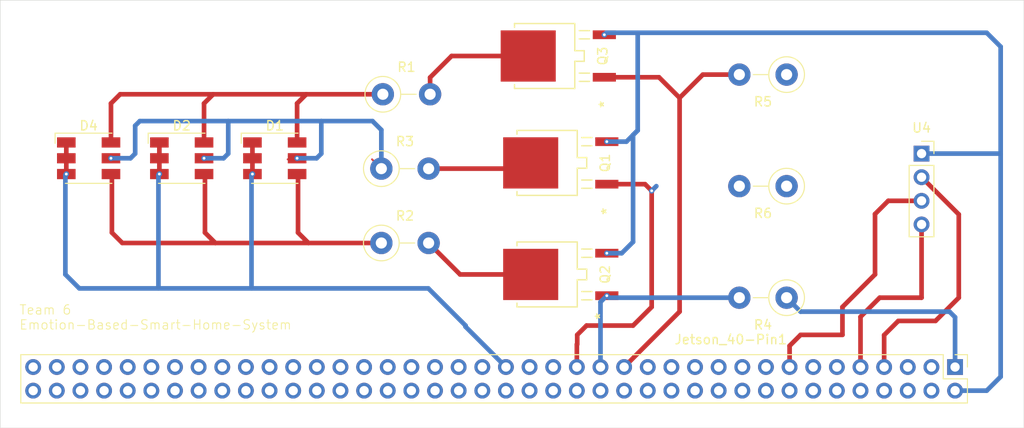
<source format=kicad_pcb>
(kicad_pcb (version 20240108) (generator "pcbnew") (generator_version "8.0")
  (title_block (title "Preliminary PCB layout") (date "2024-11-06") (rev "0") (company "Group 6"))
  (layers (0 "F.Cu" signal) (31 "B.Cu" signal) (34 "B.Paste" user) (35 "F.Paste" user) (36 "B.SilkS" user "B.Silkscreen") (37 "F.SilkS" user "F.Silkscreen") (38 "B.Mask" user) (39 "F.Mask" user) (44 "Edge.Cuts" user))
  (net 0 "")
  (net 1 "GND")
  (net 2 "Q3")
  (net 3 "Q2")
  (net 4 "Q1")
  (net 7 "Net-(Jetson_40-Pin1-GPIO11)")
  (net 10 "Net-(Jetson_40-Pin1-GPIO01)")
  (net 17 "/Ultrasonic Trigger")
  (net 25 "/5V")
  (net 35 "Net-(Jetson_40-Pin1-GPIO13)")
  (net 39 "Net-(Jetson_40-Pin1-GPIO12)")
  (net 42 "Net-(Jetson_40-Pin1-3.3V)")
  (net 43 "Net-(Q1-E)")
  (net 44 "Net-(Q2-E)")
  (net 45 "Net-(Q3-E)")
  (net 46 "Net-(U4-GND)")
  (footprint "NSS1C301ET4G:DPAK-4_6P22X6P73_ONS" (layer "F.Cu") (at 104.2653 71.5 90)
    (property "Reference" "Q1" (at 0 6.2347 90) (layer "F.SilkS"))
    (property "Value" "NSS1C301ET4G")
    (fp_line (start 3.4925 -3.2385) (end 3.08864 -3.2385) (stroke (width 0.1524)) (layer "F.SilkS"))
    (fp_line (start -3.08864 -3.2385) (end -3.4925 -3.2385) (stroke (width 0.1524)) (layer "F.SilkS"))
    (fp_line (start -3.4925 -3.2385) (end -3.4925 3.2385) (stroke (width 0.1524)) (layer "F.SilkS"))
    (fp_line (start 3.4925 3.2385) (end 3.4925 -3.2385) (stroke (width 0.1524)) (layer "F.SilkS"))
    (fp_line (start 0.5715 3.2385) (end 3.4925 3.2385) (stroke (width 0.1524)) (layer "F.SilkS"))
    (fp_line (start -0.5715 3.2385) (end -0.5715 4.2545) (stroke (width 0.1524)) (layer "F.SilkS"))
    (fp_line (start -3.4925 3.2385) (end -0.5715 3.2385) (stroke (width 0.1524)) (layer "F.SilkS"))
    (fp_line (start 2.7305 3.7211) (end 2.7305 4.8133) (stroke (width 0.1524)) (layer "F.SilkS"))
    (fp_line (start 1.8415 3.7211) (end 1.8415 4.8133) (stroke (width 0.1524)) (layer "F.SilkS"))
    (fp_line (start -1.8415 3.7211) (end -1.8415 4.8133) (stroke (width 0.1524)) (layer "F.SilkS"))
    (fp_line (start -2.7305 3.7211) (end -2.7305 4.8133) (stroke (width 0.1524)) (layer "F.SilkS"))
    (fp_line (start 0.5715 4.2545) (end 0.5715 3.2385) (stroke (width 0.1524)) (layer "F.SilkS"))
    (fp_line (start -0.5715 4.2545) (end 0.5715 4.2545) (stroke (width 0.1524)) (layer "F.SilkS"))
    (fp_text user "*" (at -5.207 6.4135 90) (layer "F.SilkS"))
    (fp_text user "*" (at -5.207 6.4135 90) (layer "F.SilkS"))
    (pad "1" smd rect (at -2.286 6.4135 90) (size 0.9398 2.4892) (layers "F.Cu" "F.Paste" "F.Mask") (net 35 "Net-(Jetson_40-Pin1-GPIO13)"))
    (pad "2" smd rect (at 2.286 6.4135 90) (size 0.9398 2.4892) (layers "F.Cu" "F.Paste" "F.Mask") (net 25 "/5V"))
    (pad "3" smd rect (at 0 -1.7653 90) (size 5.5118 5.9182) (layers "F.Cu" "F.Paste" "F.Mask") (net 43 "Net-(Q1-E)"))
  )
  (footprint "LED_SMD:LED_RGB_5050-6" (layer "F.Cu") (at 65 71)
    (property "Reference" "D2" (at 0 -3.5 0) (layer "F.SilkS"))
    (property "Value" "LED_RGB")
    (fp_line (start -3.6 -2.7) (end 2.5 -2.7) (stroke (width 0.12)) (layer "F.SilkS"))
    (fp_line (start -3.6 -1.6) (end -3.6 -2.7) (stroke (width 0.12)) (layer "F.SilkS"))
    (fp_line (start 2.5 2.7) (end -2.5 2.7) (stroke (width 0.12)) (layer "F.SilkS"))
    (pad "1" smd rect (at -2.4 -1.7 90) (size 1.1 2) (layers "F.Cu" "F.Paste" "F.Mask") (net 1 "GND"))
    (pad "2" smd rect (at -2.4 0 90) (size 1.1 2) (layers "F.Cu" "F.Paste" "F.Mask") (net 1 "GND"))
    (pad "3" smd rect (at -2.4 1.7 90) (size 1.1 2) (layers "F.Cu" "F.Paste" "F.Mask") (net 1 "GND"))
    (pad "4" smd rect (at 2.4 1.7 90) (size 1.1 2) (layers "F.Cu" "F.Paste" "F.Mask") (net 3 "Q2"))
    (pad "5" smd rect (at 2.4 0 90) (size 1.1 2) (layers "F.Cu" "F.Paste" "F.Mask") (net 4 "Q1"))
    (pad "6" smd rect (at 2.4 -1.7 90) (size 1.1 2) (layers "F.Cu" "F.Paste" "F.Mask") (net 2 "Q3"))
  )
  (footprint "Resistor_THT:R_Axial_DIN0411_L9.9mm_D3.6mm_P5.08mm_Vertical" (layer "F.Cu") (at 86.6121 64.1165)
    (property "Reference" "R1" (at 2.54 -2.92 0) (layer "F.SilkS"))
    (property "Value" "10")
    (fp_line (start 1.92 0) (end 3.58 0) (stroke (width 0.12)) (layer "F.SilkS"))
    (fp_circle (center 0 0) (end 1.92 0) (stroke (width 0.12)) (fill none) (layer "F.SilkS"))
    (pad "1" thru_hole circle (at 0 0) (size 2.4 2.4) (drill 1.2) (layers "*.Cu" "*.Mask") (net 2 "Q3"))
    (pad "2" thru_hole oval (at 5.08 0) (size 2.4 2.4) (drill 1.2) (layers "*.Cu" "*.Mask") (net 45 "Net-(Q3-E)"))
  )
  (footprint "NSS1C301ET4G:DPAK-4_6P22X6P73_ONS" (layer "F.Cu") (at 104.2653 83.5 90)
    (property "Reference" "Q2" (at 0 6.2347 90) (layer "F.SilkS"))
    (property "Value" "NSS1C301ET4G")
    (fp_line (start 3.4925 -3.2385) (end 3.08864 -3.2385) (stroke (width 0.1524)) (layer "F.SilkS"))
    (fp_line (start -3.08864 -3.2385) (end -3.4925 -3.2385) (stroke (width 0.1524)) (layer "F.SilkS"))
    (fp_line (start -3.4925 -3.2385) (end -3.4925 3.2385) (stroke (width 0.1524)) (layer "F.SilkS"))
    (fp_line (start 3.4925 3.2385) (end 3.4925 -3.2385) (stroke (width 0.1524)) (layer "F.SilkS"))
    (fp_line (start 0.5715 3.2385) (end 3.4925 3.2385) (stroke (width 0.1524)) (layer "F.SilkS"))
    (fp_line (start -0.5715 3.2385) (end -0.5715 4.2545) (stroke (width 0.1524)) (layer "F.SilkS"))
    (fp_line (start -3.4925 3.2385) (end -0.5715 3.2385) (stroke (width 0.1524)) (layer "F.SilkS"))
    (fp_line (start 2.7305 3.7211) (end 2.7305 4.8133) (stroke (width 0.1524)) (layer "F.SilkS"))
    (fp_line (start 1.8415 3.7211) (end 1.8415 4.8133) (stroke (width 0.1524)) (layer "F.SilkS"))
    (fp_line (start -1.8415 3.7211) (end -1.8415 4.8133) (stroke (width 0.1524)) (layer "F.SilkS"))
    (fp_line (start -2.7305 3.7211) (end -2.7305 4.8133) (stroke (width 0.1524)) (layer "F.SilkS"))
    (fp_line (start 0.5715 4.2545) (end 0.5715 3.2385) (stroke (width 0.1524)) (layer "F.SilkS"))
    (fp_line (start -0.5715 4.2545) (end 0.5715 4.2545) (stroke (width 0.1524)) (layer "F.SilkS"))
    (fp_text user "*" (at -4.5 5.7347 90) (layer "F.SilkS"))
    (fp_text user "*" (at -4.5 5.7347 90) (layer "F.SilkS"))
    (pad "1" smd rect (at -2.286 6.4135 90) (size 0.9398 2.4892) (layers "F.Cu" "F.Paste" "F.Mask") (net 7 "Net-(Jetson_40-Pin1-GPIO11)"))
    (pad "2" smd rect (at 2.286 6.4135 90) (size 0.9398 2.4892) (layers "F.Cu" "F.Paste" "F.Mask") (net 25 "/5V"))
    (pad "3" smd rect (at 0 -1.7653 90) (size 5.5118 5.9182) (layers "F.Cu" "F.Paste" "F.Mask") (net 44 "Net-(Q2-E)"))
  )
  (footprint "Resistor_THT:R_Axial_DIN0411_L9.9mm_D3.6mm_P5.08mm_Vertical" (layer "F.Cu") (at 130 62 180)
    (property "Reference" "R5" (at 2.54 -2.92 360) (layer "F.SilkS"))
    (property "Value" "10k")
    (fp_line (start 1.92 0) (end 3.58 0) (stroke (width 0.12)) (layer "F.SilkS"))
    (fp_circle (center 0 0) (end 1.92 0) (stroke (width 0.12)) (fill none) (layer "F.SilkS"))
    (pad "1" thru_hole circle (at 0 0 180) (size 2.4 2.4) (drill 1.2) (layers "*.Cu" "*.Mask") (net 42 "Net-(Jetson_40-Pin1-3.3V)"))
    (pad "2" thru_hole oval (at 5.08 0 180) (size 2.4 2.4) (drill 1.2) (layers "*.Cu" "*.Mask") (net 10 "Net-(Jetson_40-Pin1-GPIO01)"))
  )
  (footprint "LED_SMD:LED_RGB_5050-6" (layer "F.Cu") (at 55 71)
    (property "Reference" "D4" (at 0 -3.5 0) (layer "F.SilkS"))
    (property "Value" "LED_RGB")
    (fp_line (start -3.6 -2.7) (end 2.5 -2.7) (stroke (width 0.12)) (layer "F.SilkS"))
    (fp_line (start -3.6 -1.6) (end -3.6 -2.7) (stroke (width 0.12)) (layer "F.SilkS"))
    (fp_line (start 2.5 2.7) (end -2.5 2.7) (stroke (width 0.12)) (layer "F.SilkS"))
    (pad "1" smd rect (at -2.4 -1.7 90) (size 1.1 2) (layers "F.Cu" "F.Paste" "F.Mask") (net 1 "GND"))
    (pad "2" smd rect (at -2.4 0 90) (size 1.1 2) (layers "F.Cu" "F.Paste" "F.Mask") (net 1 "GND"))
    (pad "3" smd rect (at -2.4 1.7 90) (size 1.1 2) (layers "F.Cu" "F.Paste" "F.Mask") (net 1 "GND"))
    (pad "4" smd rect (at 2.4 1.7 90) (size 1.1 2) (layers "F.Cu" "F.Paste" "F.Mask") (net 3 "Q2"))
    (pad "5" smd rect (at 2.4 0 90) (size 1.1 2) (layers "F.Cu" "F.Paste" "F.Mask") (net 4 "Q1"))
    (pad "6" smd rect (at 2.4 -1.7 90) (size 1.1 2) (layers "F.Cu" "F.Paste" "F.Mask") (net 2 "Q3"))
  )
  (footprint "Resistor_THT:R_Axial_DIN0411_L9.9mm_D3.6mm_P5.08mm_Vertical" (layer "F.Cu") (at 86.4521 80.1165)
    (property "Reference" "R2" (at 2.54 -2.92 0) (layer "F.SilkS"))
    (property "Value" "10")
    (fp_line (start 1.92 0) (end 3.58 0) (stroke (width 0.12)) (layer "F.SilkS"))
    (fp_circle (center 0 0) (end 1.92 0) (stroke (width 0.12)) (fill none) (layer "F.SilkS"))
    (pad "1" thru_hole circle (at 0 0) (size 2.4 2.4) (drill 1.2) (layers "*.Cu" "*.Mask") (net 3 "Q2"))
    (pad "2" thru_hole oval (at 5.08 0) (size 2.4 2.4) (drill 1.2) (layers "*.Cu" "*.Mask") (net 44 "Net-(Q2-E)"))
  )
  (footprint "Resistor_THT:R_Axial_DIN0411_L9.9mm_D3.6mm_P5.08mm_Vertical" (layer "F.Cu") (at 130 86 180)
    (property "Reference" "R4" (at 2.54 -2.92 360) (layer "F.SilkS"))
    (property "Value" "10k")
    (fp_line (start 1.92 0) (end 3.58 0) (stroke (width 0.12)) (layer "F.SilkS"))
    (fp_circle (center 0 0) (end 1.92 0) (stroke (width 0.12)) (fill none) (layer "F.SilkS"))
    (pad "1" thru_hole circle (at 0 0 180) (size 2.4 2.4) (drill 1.2) (layers "*.Cu" "*.Mask") (net 42 "Net-(Jetson_40-Pin1-3.3V)"))
    (pad "2" thru_hole oval (at 5.08 0 180) (size 2.4 2.4) (drill 1.2) (layers "*.Cu" "*.Mask") (net 7 "Net-(Jetson_40-Pin1-GPIO11)"))
  )
  (footprint "Resistor_THT:R_Axial_DIN0411_L9.9mm_D3.6mm_P5.08mm_Vertical" (layer "F.Cu") (at 86.4521 72.1165)
    (property "Reference" "R3" (at 2.54 -2.92 0) (layer "F.SilkS"))
    (property "Value" "10")
    (fp_line (start 1.92 0) (end 3.58 0) (stroke (width 0.12)) (layer "F.SilkS"))
    (fp_circle (center 0 0) (end 1.92 0) (stroke (width 0.12)) (fill none) (layer "F.SilkS"))
    (pad "1" thru_hole circle (at 0 0) (size 2.4 2.4) (drill 1.2) (layers "*.Cu" "*.Mask") (net 4 "Q1"))
    (pad "2" thru_hole oval (at 5.08 0) (size 2.4 2.4) (drill 1.2) (layers "*.Cu" "*.Mask") (net 43 "Net-(Q1-E)"))
  )
  (footprint "Connector_PinSocket_2.54mm:PinSocket_1x04_P2.54mm_Vertical" (layer "F.Cu") (at 144.5 70.5)
    (property "Reference" "U4" (at 0 -2.77 360) (layer "F.SilkS"))
    (property "Value" "HC-SR04")
    (fp_line (start -1.33 1.27) (end -1.33 8.95) (stroke (width 0.12)) (layer "F.SilkS"))
    (fp_line (start -1.33 1.27) (end 1.33 1.27) (stroke (width 0.12)) (layer "F.SilkS"))
    (fp_line (start -1.33 8.95) (end 1.33 8.95) (stroke (width 0.12)) (layer "F.SilkS"))
    (fp_line (start 0 -1.33) (end 1.33 -1.33) (stroke (width 0.12)) (layer "F.SilkS"))
    (fp_line (start 1.33 -1.33) (end 1.33 0) (stroke (width 0.12)) (layer "F.SilkS"))
    (fp_line (start 1.33 1.27) (end 1.33 8.95) (stroke (width 0.12)) (layer "F.SilkS"))
    (pad "1" thru_hole rect (at 0 0) (size 1.7 1.7) (drill 1) (layers "*.Cu" "*.Mask") (net 25 "/5V"))
    (pad "2" thru_hole oval (at 0 2.54) (size 1.7 1.7) (drill 1) (layers "*.Cu" "*.Mask") (net 17 "/Ultrasonic Trigger"))
    (pad "3" thru_hole oval (at 0 5.08) (size 1.7 1.7) (drill 1) (layers "*.Cu" "*.Mask") (net 39 "Net-(Jetson_40-Pin1-GPIO12)"))
    (pad "4" thru_hole oval (at 0 7.62) (size 1.7 1.7) (drill 1) (layers "*.Cu" "*.Mask") (net 46 "Net-(U4-GND)"))
  )
  (footprint "NSS1C301ET4G:DPAK-4_6P22X6P73_ONS" (layer "F.Cu") (at 104 60 90)
    (property "Reference" "Q3" (at 0 6.2347 90) (layer "F.SilkS"))
    (property "Value" "NSS1C301ET4G")
    (fp_line (start 3.4925 -3.2385) (end 3.08864 -3.2385) (stroke (width 0.1524)) (layer "F.SilkS"))
    (fp_line (start -3.08864 -3.2385) (end -3.4925 -3.2385) (stroke (width 0.1524)) (layer "F.SilkS"))
    (fp_line (start -3.4925 -3.2385) (end -3.4925 3.2385) (stroke (width 0.1524)) (layer "F.SilkS"))
    (fp_line (start 3.4925 3.2385) (end 3.4925 -3.2385) (stroke (width 0.1524)) (layer "F.SilkS"))
    (fp_line (start 0.5715 3.2385) (end 3.4925 3.2385) (stroke (width 0.1524)) (layer "F.SilkS"))
    (fp_line (start -0.5715 3.2385) (end -0.5715 4.2545) (stroke (width 0.1524)) (layer "F.SilkS"))
    (fp_line (start -3.4925 3.2385) (end -0.5715 3.2385) (stroke (width 0.1524)) (layer "F.SilkS"))
    (fp_line (start 2.7305 3.7211) (end 2.7305 4.8133) (stroke (width 0.1524)) (layer "F.SilkS"))
    (fp_line (start 1.8415 3.7211) (end 1.8415 4.8133) (stroke (width 0.1524)) (layer "F.SilkS"))
    (fp_line (start -1.8415 3.7211) (end -1.8415 4.8133) (stroke (width 0.1524)) (layer "F.SilkS"))
    (fp_line (start -2.7305 3.7211) (end -2.7305 4.8133) (stroke (width 0.1524)) (layer "F.SilkS"))
    (fp_line (start 0.5715 4.2545) (end 0.5715 3.2385) (stroke (width 0.1524)) (layer "F.SilkS"))
    (fp_line (start -0.5715 4.2545) (end 0.5715 4.2545) (stroke (width 0.1524)) (layer "F.SilkS"))
    (fp_text user "*" (at -5.207 6.4135 90) (layer "F.SilkS"))
    (fp_text user "*" (at -5.207 6.4135 90) (layer "F.SilkS"))
    (pad "1" smd rect (at -2.286 6.4135 90) (size 0.9398 2.4892) (layers "F.Cu" "F.Paste" "F.Mask") (net 10 "Net-(Jetson_40-Pin1-GPIO01)"))
    (pad "2" smd rect (at 2.286 6.4135 90) (size 0.9398 2.4892) (layers "F.Cu" "F.Paste" "F.Mask") (net 25 "/5V"))
    (pad "3" smd rect (at 0 -1.7653 90) (size 5.5118 5.9182) (layers "F.Cu" "F.Paste" "F.Mask") (net 45 "Net-(Q3-E)"))
  )
  (footprint "Connector_PinHeader_2.54mm:PinHeader_2x40_P2.54mm_Vertical" (layer "F.Cu") (at 148.1 93.46 -90)
    (property "Reference" "Jetson_40-Pin1" (at -2.96 24.1 180) (layer "F.SilkS"))
    (property "Value" "~")
    (fp_line (start -1.33 100.39) (end 3.87 100.39) (stroke (width 0.12)) (layer "F.SilkS"))
    (fp_line (start -1.33 1.27) (end -1.33 100.39) (stroke (width 0.12)) (layer "F.SilkS"))
    (fp_line (start -1.33 1.27) (end 1.27 1.27) (stroke (width 0.12)) (layer "F.SilkS"))
    (fp_line (start 1.27 1.27) (end 1.27 -1.33) (stroke (width 0.12)) (layer "F.SilkS"))
    (fp_line (start -1.33 0) (end -1.33 -1.33) (stroke (width 0.12)) (layer "F.SilkS"))
    (fp_line (start -1.33 -1.33) (end 0 -1.33) (stroke (width 0.12)) (layer "F.SilkS"))
    (fp_line (start 1.27 -1.33) (end 3.87 -1.33) (stroke (width 0.12)) (layer "F.SilkS"))
    (fp_line (start 3.87 -1.33) (end 3.87 100.39) (stroke (width 0.12)) (layer "F.SilkS"))
    (pad "1" thru_hole rect (at 0 0 270) (size 1.7 1.7) (drill 1) (layers "*.Cu" "*.Mask") (net 42 "Net-(Jetson_40-Pin1-3.3V)"))
    (pad "2" thru_hole oval (at 2.54 0 270) (size 1.7 1.7) (drill 1) (layers "*.Cu" "*.Mask") (net 25 "/5V"))
    (pad "3" thru_hole oval (at 0 2.54 270) (size 1.7 1.7) (drill 1) (layers "*.Cu" "*.Mask"))
    (pad "4" thru_hole oval (at 2.54 2.54 270) (size 1.7 1.7) (drill 1) (layers "*.Cu" "*.Mask"))
    (pad "5" thru_hole oval (at 0 5.08 270) (size 1.7 1.7) (drill 1) (layers "*.Cu" "*.Mask"))
    (pad "6" thru_hole oval (at 2.54 5.08 270) (size 1.7 1.7) (drill 1) (layers "*.Cu" "*.Mask"))
    (pad "7" thru_hole oval (at 0 7.62 270) (size 1.7 1.7) (drill 1) (layers "*.Cu" "*.Mask") (net 17 "/Ultrasonic Trigger"))
    (pad "8" thru_hole oval (at 2.54 7.62 270) (size 1.7 1.7) (drill 1) (layers "*.Cu" "*.Mask"))
    (pad "9" thru_hole oval (at 0 10.16 270) (size 1.7 1.7) (drill 1) (layers "*.Cu" "*.Mask") (net 46 "Net-(U4-GND)"))
    (pad "10" thru_hole oval (at 2.54 10.16 270) (size 1.7 1.7) (drill 1) (layers "*.Cu" "*.Mask"))
    (pad "11" thru_hole oval (at 0 12.7 270) (size 1.7 1.7) (drill 1) (layers "*.Cu" "*.Mask"))
    (pad "12" thru_hole oval (at 2.54 12.7 270) (size 1.7 1.7) (drill 1) (layers "*.Cu" "*.Mask"))
    (pad "13" thru_hole oval (at 0 15.24 270) (size 1.7 1.7) (drill 1) (layers "*.Cu" "*.Mask"))
    (pad "14" thru_hole oval (at 2.54 15.24 270) (size 1.7 1.7) (drill 1) (layers "*.Cu" "*.Mask"))
    (pad "15" thru_hole oval (at 0 17.78 270) (size 1.7 1.7) (drill 1) (layers "*.Cu" "*.Mask") (net 39 "Net-(Jetson_40-Pin1-GPIO12)"))
    (pad "16" thru_hole oval (at 2.54 17.78 270) (size 1.7 1.7) (drill 1) (layers "*.Cu" "*.Mask"))
    (pad "17" thru_hole oval (at 0 20.32 270) (size 1.7 1.7) (drill 1) (layers "*.Cu" "*.Mask"))
    (pad "18" thru_hole oval (at 2.54 20.32 270) (size 1.7 1.7) (drill 1) (layers "*.Cu" "*.Mask"))
    (pad "19" thru_hole oval (at 0 22.86 270) (size 1.7 1.7) (drill 1) (layers "*.Cu" "*.Mask"))
    (pad "20" thru_hole oval (at 2.54 22.86 270) (size 1.7 1.7) (drill 1) (layers "*.Cu" "*.Mask"))
    (pad "21" thru_hole oval (at 0 25.4 270) (size 1.7 1.7) (drill 1) (layers "*.Cu" "*.Mask"))
    (pad "22" thru_hole oval (at 2.54 25.4 270) (size 1.7 1.7) (drill 1) (layers "*.Cu" "*.Mask"))
    (pad "23" thru_hole oval (at 0 27.94 270) (size 1.7 1.7) (drill 1) (layers "*.Cu" "*.Mask"))
    (pad "24" thru_hole oval (at 2.54 27.94 270) (size 1.7 1.7) (drill 1) (layers "*.Cu" "*.Mask"))
    (pad "25" thru_hole oval (at 0 30.48 270) (size 1.7 1.7) (drill 1) (layers "*.Cu" "*.Mask"))
    (pad "26" thru_hole oval (at 2.54 30.48 270) (size 1.7 1.7) (drill 1) (layers "*.Cu" "*.Mask"))
    (pad "27" thru_hole oval (at 0 33.02 270) (size 1.7 1.7) (drill 1) (layers "*.Cu" "*.Mask"))
    (pad "28" thru_hole oval (at 2.54 33.02 270) (size 1.7 1.7) (drill 1) (layers "*.Cu" "*.Mask"))
    (pad "29" thru_hole oval (at 0 35.56 270) (size 1.7 1.7) (drill 1) (layers "*.Cu" "*.Mask") (net 10 "Net-(Jetson_40-Pin1-GPIO01)"))
    (pad "30" thru_hole oval (at 2.54 35.56 270) (size 1.7 1.7) (drill 1) (layers "*.Cu" "*.Mask"))
    (pad "31" thru_hole oval (at 0 38.1 270) (size 1.7 1.7) (drill 1) (layers "*.Cu" "*.Mask") (net 7 "Net-(Jetson_40-Pin1-GPIO11)"))
    (pad "32" thru_hole oval (at 2.54 38.1 270) (size 1.7 1.7) (drill 1) (layers "*.Cu" "*.Mask"))
    (pad "33" thru_hole oval (at 0 40.64 270) (size 1.7 1.7) (drill 1) (layers "*.Cu" "*.Mask") (net 35 "Net-(Jetson_40-Pin1-GPIO13)"))
    (pad "34" thru_hole oval (at 2.54 40.64 270) (size 1.7 1.7) (drill 1) (layers "*.Cu" "*.Mask"))
    (pad "35" thru_hole oval (at 0 43.18 270) (size 1.7 1.7) (drill 1) (layers "*.Cu" "*.Mask"))
    (pad "36" thru_hole oval (at 2.54 43.18 270) (size 1.7 1.7) (drill 1) (layers "*.Cu" "*.Mask"))
    (pad "37" thru_hole oval (at 0 45.72 270) (size 1.7 1.7) (drill 1) (layers "*.Cu" "*.Mask"))
    (pad "38" thru_hole oval (at 2.54 45.72 270) (size 1.7 1.7) (drill 1) (layers "*.Cu" "*.Mask"))
    (pad "39" thru_hole oval (at 0 48.26 270) (size 1.7 1.7) (drill 1) (layers "*.Cu" "*.Mask") (net 1 "GND"))
    (pad "40" thru_hole oval (at 2.54 48.26 270) (size 1.7 1.7) (drill 1) (layers "*.Cu" "*.Mask"))
    (pad "41" thru_hole oval (at 0 50.8 270) (size 1.7 1.7) (drill 1) (layers "*.Cu" "*.Mask"))
    (pad "42" thru_hole oval (at 2.54 50.8 270) (size 1.7 1.7) (drill 1) (layers "*.Cu" "*.Mask"))
    (pad "43" thru_hole oval (at 0 53.34 270) (size 1.7 1.7) (drill 1) (layers "*.Cu" "*.Mask"))
    (pad "44" thru_hole oval (at 2.54 53.34 270) (size 1.7 1.7) (drill 1) (layers "*.Cu" "*.Mask"))
    (pad "45" thru_hole oval (at 0 55.88 270) (size 1.7 1.7) (drill 1) (layers "*.Cu" "*.Mask"))
    (pad "46" thru_hole oval (at 2.54 55.88 270) (size 1.7 1.7) (drill 1) (layers "*.Cu" "*.Mask"))
    (pad "47" thru_hole oval (at 0 58.42 270) (size 1.7 1.7) (drill 1) (layers "*.Cu" "*.Mask"))
    (pad "48" thru_hole oval (at 2.54 58.42 270) (size 1.7 1.7) (drill 1) (layers "*.Cu" "*.Mask"))
    (pad "49" thru_hole oval (at 0 60.96 270) (size 1.7 1.7) (drill 1) (layers "*.Cu" "*.Mask"))
    (pad "50" thru_hole oval (at 2.54 60.96 270) (size 1.7 1.7) (drill 1) (layers "*.Cu" "*.Mask"))
    (pad "51" thru_hole oval (at 0 63.5 270) (size 1.7 1.7) (drill 1) (layers "*.Cu" "*.Mask"))
    (pad "52" thru_hole oval (at 2.54 63.5 270) (size 1.7 1.7) (drill 1) (layers "*.Cu" "*.Mask"))
    (pad "53" thru_hole oval (at 0 66.04 270) (size 1.7 1.7) (drill 1) (layers "*.Cu" "*.Mask"))
    (pad "54" thru_hole oval (at 2.54 66.04 270) (size 1.7 1.7) (drill 1) (layers "*.Cu" "*.Mask"))
    (pad "55" thru_hole oval (at 0 68.58 270) (size 1.7 1.7) (drill 1) (layers "*.Cu" "*.Mask"))
    (pad "56" thru_hole oval (at 2.54 68.58 270) (size 1.7 1.7) (drill 1) (layers "*.Cu" "*.Mask"))
    (pad "57" thru_hole oval (at 0 71.12 270) (size 1.7 1.7) (drill 1) (layers "*.Cu" "*.Mask"))
    (pad "58" thru_hole oval (at 2.54 71.12 270) (size 1.7 1.7) (drill 1) (layers "*.Cu" "*.Mask"))
    (pad "59" thru_hole oval (at 0 73.66 270) (size 1.7 1.7) (drill 1) (layers "*.Cu" "*.Mask"))
    (pad "60" thru_hole oval (at 2.54 73.66 270) (size 1.7 1.7) (drill 1) (layers "*.Cu" "*.Mask"))
    (pad "61" thru_hole oval (at 0 76.2 270) (size 1.7 1.7) (drill 1) (layers "*.Cu" "*.Mask"))
    (pad "62" thru_hole oval (at 2.54 76.2 270) (size 1.7 1.7) (drill 1) (layers "*.Cu" "*.Mask"))
    (pad "63" thru_hole oval (at 0 78.74 270) (size 1.7 1.7) (drill 1) (layers "*.Cu" "*.Mask"))
    (pad "64" thru_hole oval (at 2.54 78.74 270) (size 1.7 1.7) (drill 1) (layers "*.Cu" "*.Mask"))
    (pad "65" thru_hole oval (at 0 81.28 270) (size 1.7 1.7) (drill 1) (layers "*.Cu" "*.Mask"))
    (pad "66" thru_hole oval (at 2.54 81.28 270) (size 1.7 1.7) (drill 1) (layers "*.Cu" "*.Mask"))
    (pad "67" thru_hole oval (at 0 83.82 270) (size 1.7 1.7) (drill 1) (layers "*.Cu" "*.Mask"))
    (pad "68" thru_hole oval (at 2.54 83.82 270) (size 1.7 1.7) (drill 1) (layers "*.Cu" "*.Mask"))
    (pad "69" thru_hole oval (at 0 86.36 270) (size 1.7 1.7) (drill 1) (layers "*.Cu" "*.Mask"))
    (pad "70" thru_hole oval (at 2.54 86.36 270) (size 1.7 1.7) (drill 1) (layers "*.Cu" "*.Mask"))
    (pad "71" thru_hole oval (at 0 88.9 270) (size 1.7 1.7) (drill 1) (layers "*.Cu" "*.Mask"))
    (pad "72" thru_hole oval (at 2.54 88.9 270) (size 1.7 1.7) (drill 1) (layers "*.Cu" "*.Mask"))
    (pad "73" thru_hole oval (at 0 91.44 270) (size 1.7 1.7) (drill 1) (layers "*.Cu" "*.Mask"))
    (pad "74" thru_hole oval (at 2.54 91.44 270) (size 1.7 1.7) (drill 1) (layers "*.Cu" "*.Mask"))
    (pad "75" thru_hole oval (at 0 93.98 270) (size 1.7 1.7) (drill 1) (layers "*.Cu" "*.Mask"))
    (pad "76" thru_hole oval (at 2.54 93.98 270) (size 1.7 1.7) (drill 1) (layers "*.Cu" "*.Mask"))
    (pad "77" thru_hole oval (at 0 96.52 270) (size 1.7 1.7) (drill 1) (layers "*.Cu" "*.Mask"))
    (pad "78" thru_hole oval (at 2.54 96.52 270) (size 1.7 1.7) (drill 1) (layers "*.Cu" "*.Mask"))
    (pad "79" thru_hole oval (at 0 99.06 270) (size 1.7 1.7) (drill 1) (layers "*.Cu" "*.Mask"))
    (pad "80" thru_hole oval (at 2.54 99.06 270) (size 1.7 1.7) (drill 1) (layers "*.Cu" "*.Mask"))
  )
  (footprint "Resistor_THT:R_Axial_DIN0411_L9.9mm_D3.6mm_P5.08mm_Vertical" (layer "F.Cu") (at 130 74 180)
    (property "Reference" "R6" (at 2.54 -2.92 360) (layer "F.SilkS"))
    (property "Value" "10k")
    (fp_line (start 1.92 0) (end 3.58 0) (stroke (width 0.12)) (layer "F.SilkS"))
    (fp_circle (center 0 0) (end 1.92 0) (stroke (width 0.12)) (fill none) (layer "F.SilkS"))
    (pad "1" thru_hole circle (at 0 0 180) (size 2.4 2.4) (drill 1.2) (layers "*.Cu" "*.Mask") (net 42 "Net-(Jetson_40-Pin1-3.3V)"))
    (pad "2" thru_hole oval (at 5.08 0 180) (size 2.4 2.4) (drill 1.2) (layers "*.Cu" "*.Mask") (net 35 "Net-(Jetson_40-Pin1-GPIO13)"))
  )
  (footprint "LED_SMD:LED_RGB_5050-6" (layer "F.Cu") (at 75 71)
    (property "Reference" "D1" (at 0 -3.5 0) (layer "F.SilkS"))
    (property "Value" "LED_RGB")
    (fp_line (start -3.6 -2.7) (end 2.5 -2.7) (stroke (width 0.12)) (layer "F.SilkS"))
    (fp_line (start -3.6 -1.6) (end -3.6 -2.7) (stroke (width 0.12)) (layer "F.SilkS"))
    (fp_line (start 2.5 2.7) (end -2.5 2.7) (stroke (width 0.12)) (layer "F.SilkS"))
    (pad "1" smd rect (at -2.4 -1.7 90) (size 1.1 2) (layers "F.Cu" "F.Paste" "F.Mask") (net 1 "GND"))
    (pad "2" smd rect (at -2.4 0 90) (size 1.1 2) (layers "F.Cu" "F.Paste" "F.Mask") (net 1 "GND"))
    (pad "3" smd rect (at -2.4 1.7 90) (size 1.1 2) (layers "F.Cu" "F.Paste" "F.Mask") (net 1 "GND"))
    (pad "4" smd rect (at 2.4 1.7 90) (size 1.1 2) (layers "F.Cu" "F.Paste" "F.Mask") (net 3 "Q2"))
    (pad "5" smd rect (at 2.4 0 90) (size 1.1 2) (layers "F.Cu" "F.Paste" "F.Mask") (net 4 "Q1"))
    (pad "6" smd rect (at 2.4 -1.7 90) (size 1.1 2) (layers "F.Cu" "F.Paste" "F.Mask") (net 2 "Q3"))
  )
  (gr_rect (start 45.5 54) (end 155.5 100) (stroke (width 0.05)) (fill none) (layer "Edge.Cuts"))
  (gr_text "Team 6 \nEmotion-Based-Smart-Home-System" (at 47.5 89.5 0) (layer "F.SilkS") (effects (font (size 1 1) (thickness 0.1)) (justify left bottom)))
  (segment (start 52.6 71) (end 52.6 72.7) (width 0.5) (layer "F.Cu") (net 1))
  (segment (start 72.6 69.3) (end 72.6 71) (width 0.5) (layer "F.Cu") (net 1))
  (segment (start 62.6 69.3) (end 62.6 71) (width 0.5) (layer "F.Cu") (net 1))
  (segment (start 72.6 71) (end 72.6 72.7) (width 0.5) (layer "F.Cu") (net 1))
  (segment (start 62.6 71) (end 62.6 72.7) (width 0.5) (layer "F.Cu") (net 1))
  (segment (start 52.6 69.3) (end 52.6 71) (width 0.5) (layer "F.Cu") (net 1))
  (via (at 72.6 72.7) (size 0.6) (drill 0.3) (layers "F.Cu" "B.Cu") (net 1))
  (via (at 52.6 72.7) (size 0.6) (drill 0.3) (layers "F.Cu" "B.Cu") (net 1))
  (via (at 62.6 72.7) (size 0.6) (drill 0.3) (layers "F.Cu" "B.Cu") (net 1))
  (segment (start 52.5 83.5) (end 52.5 72.8) (width 0.5) (layer "B.Cu") (net 1))
  (segment (start 62.5 85) (end 62.5 72.8) (width 0.5) (layer "B.Cu") (net 1))
  (segment (start 95.5 89.12) (end 95.5 89) (width 0.5) (layer "B.Cu") (net 1))
  (segment (start 72.5 72.8) (end 72.6 72.7) (width 0.5) (layer "B.Cu") (net 1))
  (segment (start 62.5 72.8) (end 62.6 72.7) (width 0.5) (layer "B.Cu") (net 1))
  (segment (start 62.5 85) (end 54 85) (width 0.5) (layer "B.Cu") (net 1))
  (segment (start 72.5 85) (end 72.5 72.8) (width 0.5) (layer "B.Cu") (net 1))
  (segment (start 91.5 85) (end 72.5 85) (width 0.5) (layer "B.Cu") (net 1))
  (segment (start 54 85) (end 52.5 83.5) (width 0.5) (layer "B.Cu") (net 1))
  (segment (start 95.5 89) (end 91.5 85) (width 0.5) (layer "B.Cu") (net 1))
  (segment (start 52.5 72.8) (end 52.6 72.7) (width 0.5) (layer "B.Cu") (net 1))
  (segment (start 99.84 93.46) (end 95.5 89.12) (width 0.5) (layer "B.Cu") (net 1))
  (segment (start 72.5 85) (end 62.5 85) (width 0.5) (layer "B.Cu") (net 1))
  (segment (start 67.4 65.1) (end 67.4 69.3) (width 0.5) (layer "F.Cu") (net 2))
  (segment (start 86.6121 64.1165) (end 78.3835 64.1165) (width 0.5) (layer "F.Cu") (net 2))
  (segment (start 78.3835 64.1165) (end 68.3835 64.1165) (width 0.5) (layer "F.Cu") (net 2))
  (segment (start 68.3835 64.1165) (end 58.3835 64.1165) (width 0.5) (layer "F.Cu") (net 2))
  (segment (start 57.4 65.1) (end 57.4 69.3) (width 0.5) (layer "F.Cu") (net 2))
  (segment (start 78.3835 64.1165) (end 77.4 65.1) (width 0.5) (layer "F.Cu") (net 2))
  (segment (start 58.3835 64.1165) (end 57.4 65.1) (width 0.5) (layer "F.Cu") (net 2))
  (segment (start 77.4 65.1) (end 77.4 69.3) (width 0.5) (layer "F.Cu") (net 2))
  (segment (start 68.3835 64.1165) (end 67.4 65.1) (width 0.5) (layer "F.Cu") (net 2))
  (segment (start 77.5 79) (end 77.5 73) (width 0.5) (layer "F.Cu") (net 3))
  (segment (start 86.4521 80.1165) (end 78.6165 80.1165) (width 0.5) (layer "F.Cu") (net 3))
  (segment (start 58.6165 80.1165) (end 57.5 79) (width 0.5) (layer "F.Cu") (net 3))
  (segment (start 78.6165 80.1165) (end 68.6165 80.1165) (width 0.5) (layer "F.Cu") (net 3))
  (segment (start 57.5 79) (end 57.5 73) (width 0.5) (layer "F.Cu") (net 3))
  (segment (start 68.6165 80.1165) (end 67.5 79) (width 0.5) (layer "F.Cu") (net 3))
  (segment (start 68.6165 80.1165) (end 58.6165 80.1165) (width 0.5) (layer "F.Cu") (net 3))
  (segment (start 78.6165 80.1165) (end 77.5 79) (width 0.5) (layer "F.Cu") (net 3))
  (segment (start 67.5 79) (end 67.5 73) (width 0.5) (layer "F.Cu") (net 3))
  (segment (start 76.6421 71.1165) (end 77.0921 71.1165) (width 0.2) (layer "F.Cu") (net 4))
  (segment (start 86.4521 72.1165) (end 85.4521 71.1165) (width 0.2) (layer "F.Cu") (net 4))
  (segment (start 77.0921 71.1165) (end 76.3835 71.1165) (width 0.2) (layer "F.Cu") (net 4))
  (via (at 77.4 71) (size 0.6) (drill 0.3) (layers "F.Cu" "B.Cu") (net 4))
  (via (at 67.4 71) (size 0.6) (drill 0.3) (layers "F.Cu" "B.Cu") (net 4))
  (via (at 57.4 71) (size 0.6) (drill 0.3) (layers "F.Cu" "B.Cu") (net 4))
  (segment (start 60.5 67) (end 60 67.5) (width 0.5) (layer "B.Cu") (net 4))
  (segment (start 79.5 71) (end 77.4 71) (width 0.5) (layer "B.Cu") (net 4))
  (segment (start 70 67) (end 60.5 67) (width 0.5) (layer "B.Cu") (net 4))
  (segment (start 69.5 71) (end 67.4 71) (width 0.5) (layer "B.Cu") (net 4))
  (segment (start 85.5 67) (end 80 67) (width 0.5) (layer "B.Cu") (net 4))
  (segment (start 60 67.5) (end 60 70.5) (width 0.5) (layer "B.Cu") (net 4))
  (segment (start 86.4521 72.1165) (end 86.4521 67.9521) (width 0.5) (layer "B.Cu") (net 4))
  (segment (start 80 67) (end 70 67) (width 0.5) (layer "B.Cu") (net 4))
  (segment (start 86.4521 67.9521) (end 85.5 67) (width 0.5) (layer "B.Cu") (net 4))
  (segment (start 70 70.5) (end 69.5 71) (width 0.5) (layer "B.Cu") (net 4))
  (segment (start 80 67) (end 80 70.5) (width 0.5) (layer "B.Cu") (net 4))
  (segment (start 59.5 71) (end 57.4 71) (width 0.5) (layer "B.Cu") (net 4))
  (segment (start 60 70.5) (end 59.5 71) (width 0.5) (layer "B.Cu") (net 4))
  (segment (start 80 70.5) (end 79.5 71) (width 0.5) (layer "B.Cu") (net 4))
  (segment (start 70 67) (end 70 70.5) (width 0.5) (layer "B.Cu") (net 4))
  (segment (start 110.8928 86) (end 110.6788 85.786) (width 0.5) (layer "F.Cu") (net 7))
  (via (at 110.6788 85.786) (size 0.6) (drill 0.3) (layers "F.Cu" "B.Cu") (net 7))
  (segment (start 110.714 85.786) (end 110.928 86) (width 0.5) (layer "B.Cu") (net 7))
  (segment (start 110 86.4648) (end 110.6788 85.786) (width 0.5) (layer "B.Cu") (net 7))
  (segment (start 110 93.46) (end 110 86.4648) (width 0.5) (layer "B.Cu") (net 7))
  (segment (start 110.6788 85.786) (end 110.714 85.786) (width 0.5) (layer "B.Cu") (net 7))
  (segment (start 110.928 86) (end 124.92 86) (width 0.5) (layer "B.Cu") (net 7))
  (segment (start 110.4135 62.286) (end 116.286 62.286) (width 0.5) (layer "F.Cu") (net 10))
  (segment (start 116.286 62.286) (end 118.5 64.5) (width 0.5) (layer "F.Cu") (net 10))
  (segment (start 118.5 64.5) (end 118.5 87.5) (width 0.5) (layer "F.Cu") (net 10))
  (segment (start 124.92 62) (end 121 62) (width 0.5) (layer "F.Cu") (net 10))
  (segment (start 121 62) (end 118.5 64.5) (width 0.5) (layer "F.Cu") (net 10))
  (segment (start 118.5 87.5) (end 112.54 93.46) (width 0.5) (layer "F.Cu") (net 10))
  (segment (start 148.5 86) (end 146 88.5) (width 0.5) (layer "F.Cu") (net 17))
  (segment (start 146 88.5) (end 142 88.5) (width 0.5) (layer "F.Cu") (net 17))
  (segment (start 148.5 77.04) (end 148.5 86) (width 0.5) (layer "F.Cu") (net 17))
  (segment (start 144.5 73.04) (end 148.5 77.04) (width 0.5) (layer "F.Cu") (net 17))
  (segment (start 142 88.5) (end 140.48 90.02) (width 0.5) (layer "F.Cu") (net 17))
  (segment (start 140.48 90.02) (end 140.48 93.46) (width 0.5) (layer "F.Cu") (net 17))
  (via (at 110.6788 69.214) (size 0.6) (drill 0.3) (layers "F.Cu" "B.Cu") (net 25))
  (via (at 110.4135 57.714) (size 0.6) (drill 0.3) (layers "F.Cu" "B.Cu") (net 25))
  (via (at 110.6788 81.214) (size 0.6) (drill 0.3) (layers "F.Cu" "B.Cu") (net 25))
  (segment (start 153 70.5) (end 153 59) (width 0.5) (layer "B.Cu") (net 25))
  (segment (start 151.5 96) (end 153 94.5) (width 0.5) (layer "B.Cu") (net 25))
  (segment (start 110.6275 57.5) (end 110.4135 57.714) (width 0.5) (layer "B.Cu") (net 25))
  (segment (start 114 68) (end 112.786 69.214) (width 0.5) (layer "B.Cu") (net 25))
  (segment (start 112.786 69.214) (end 110.6788 69.214) (width 0.5) (layer "B.Cu") (net 25))
  (segment (start 153 59) (end 151.5 57.5) (width 0.5) (layer "B.Cu") (net 25))
  (segment (start 151.5 57.5) (end 114 57.5) (width 0.5) (layer "B.Cu") (net 25))
  (segment (start 114 57.5) (end 114 68) (width 0.5) (layer "B.Cu") (net 25))
  (segment (start 144.5 70.5) (end 153 70.5) (width 0.5) (layer "B.Cu") (net 25))
  (segment (start 148.1 96) (end 151.5 96) (width 0.5) (layer "B.Cu") (net 25))
  (segment (start 113.5 68.5) (end 113.5 80) (width 0.5) (layer "B.Cu") (net 25))
  (segment (start 113.5 80) (end 112.286 81.214) (width 0.5) (layer "B.Cu") (net 25))
  (segment (start 153 94.5) (end 153 70.5) (width 0.5) (layer "B.Cu") (net 25))
  (segment (start 114 57.5) (end 110.6275 57.5) (width 0.5) (layer "B.Cu") (net 25))
  (segment (start 114 68) (end 113.5 68.5) (width 0.5) (layer "B.Cu") (net 25))
  (segment (start 112.286 81.214) (end 110.6788 81.214) (width 0.5) (layer "B.Cu") (net 25))
  (segment (start 115.5 74.5) (end 115.5 87) (width 0.5) (layer "F.Cu") (net 35))
  (segment (start 108.5 89) (end 107.5 90) (width 0.5) (layer "F.Cu") (net 35))
  (segment (start 113.5 89) (end 108.5 89) (width 0.5) (layer "F.Cu") (net 35))
  (segment (start 114.786 73.786) (end 115.5 74.5) (width 0.5) (layer "F.Cu") (net 35))
  (segment (start 110.6788 73.786) (end 114.786 73.786) (width 0.5) (layer "F.Cu") (net 35))
  (segment (start 107.46 91.04) (end 107.46 93.46) (width 0.5) (layer "F.Cu") (net 35))
  (segment (start 115.5 87) (end 113.5 89) (width 0.5) (layer "F.Cu") (net 35))
  (segment (start 107.5 91) (end 107.46 91.04) (width 0.5) (layer "F.Cu") (net 35))
  (segment (start 107.5 90) (end 107.5 91) (width 0.5) (layer "F.Cu") (net 35))
  (via (at 115.5 74.5) (size 0.6) (drill 0.3) (layers "F.Cu" "B.Cu") (net 35))
  (segment (start 116 74) (end 115.5 74.5) (width 0.5) (layer "B.Cu") (net 35))
  (segment (start 136 87) (end 136 90) (width 0.5) (layer "F.Cu") (net 39))
  (segment (start 144.5 75.58) (end 140.92 75.58) (width 0.5) (layer "F.Cu") (net 39))
  (segment (start 130.32 91.18) (end 130.32 93.46) (width 0.5) (layer "F.Cu") (net 39))
  (segment (start 131.5 90) (end 130.32 91.18) (width 0.5) (layer "F.Cu") (net 39))
  (segment (start 139.5 83.5) (end 136 87) (width 0.5) (layer "F.Cu") (net 39))
  (segment (start 140.92 75.58) (end 139.5 77) (width 0.5) (layer "F.Cu") (net 39))
  (segment (start 139.5 77) (end 139.5 83.5) (width 0.5) (layer "F.Cu") (net 39))
  (segment (start 136 90) (end 131.5 90) (width 0.5) (layer "F.Cu") (net 39))
  (segment (start 147.5 87.5) (end 148.1 88.1) (width 0.5) (layer "B.Cu") (net 42))
  (segment (start 130 86) (end 131.5 87.5) (width 0.5) (layer "B.Cu") (net 42))
  (segment (start 148.1 88.1) (end 148.1 93.46) (width 0.5) (layer "B.Cu") (net 42))
  (segment (start 131.5 87.5) (end 147.5 87.5) (width 0.5) (layer "B.Cu") (net 42))
  (segment (start 101.8835 72.1165) (end 102.5 71.5) (width 0.5) (layer "F.Cu") (net 43))
  (segment (start 91.5321 72.1165) (end 101.8835 72.1165) (width 0.5) (layer "F.Cu") (net 43))
  (segment (start 91.5321 80.1165) (end 94.9156 83.5) (width 0.5) (layer "F.Cu") (net 44))
  (segment (start 94.9156 83.5) (end 102.5 83.5) (width 0.5) (layer "F.Cu") (net 44))
  (segment (start 91.6921 64.1165) (end 91.6921 62.3079) (width 0.5) (layer "F.Cu") (net 45))
  (segment (start 91.6921 62.3079) (end 94 60) (width 0.5) (layer "F.Cu") (net 45))
  (segment (start 94 60) (end 102.2347 60) (width 0.5) (layer "F.Cu") (net 45))
  (segment (start 144.5 78.12) (end 144.5 86) (width 0.5) (layer "F.Cu") (net 46))
  (segment (start 140 86) (end 137.94 88.06) (width 0.5) (layer "F.Cu") (net 46))
  (segment (start 144.5 86) (end 140 86) (width 0.5) (layer "F.Cu") (net 46))
  (segment (start 137.94 88.06) (end 137.94 93.46) (width 0.5) (layer "F.Cu") (net 46))
)
</source>
